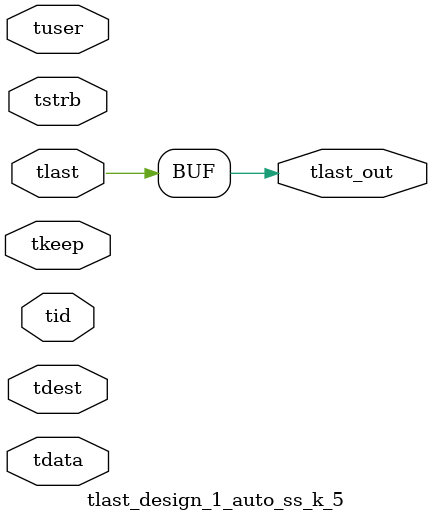
<source format=v>


`timescale 1ps/1ps

module tlast_design_1_auto_ss_k_5 #
(
parameter C_S_AXIS_TID_WIDTH   = 1,
parameter C_S_AXIS_TUSER_WIDTH = 0,
parameter C_S_AXIS_TDATA_WIDTH = 0,
parameter C_S_AXIS_TDEST_WIDTH = 0
)
(
input  [(C_S_AXIS_TID_WIDTH   == 0 ? 1 : C_S_AXIS_TID_WIDTH)-1:0       ] tid,
input  [(C_S_AXIS_TDATA_WIDTH == 0 ? 1 : C_S_AXIS_TDATA_WIDTH)-1:0     ] tdata,
input  [(C_S_AXIS_TUSER_WIDTH == 0 ? 1 : C_S_AXIS_TUSER_WIDTH)-1:0     ] tuser,
input  [(C_S_AXIS_TDEST_WIDTH == 0 ? 1 : C_S_AXIS_TDEST_WIDTH)-1:0     ] tdest,
input  [(C_S_AXIS_TDATA_WIDTH/8)-1:0 ] tkeep,
input  [(C_S_AXIS_TDATA_WIDTH/8)-1:0 ] tstrb,
input  [0:0]                                                             tlast,
output                                                                   tlast_out
);

assign tlast_out = {tlast};

endmodule


</source>
